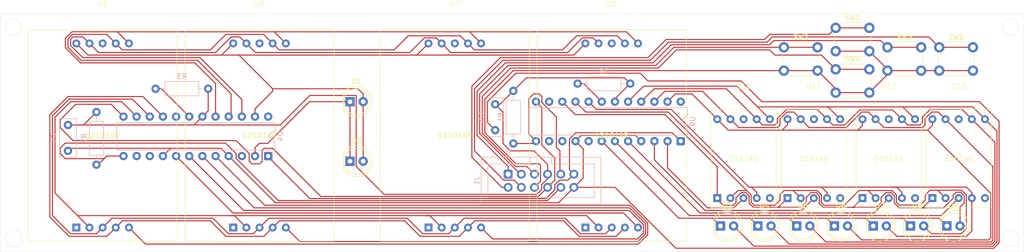
<source format=kicad_pcb>
(kicad_pcb (version 20241229) (generator "pcbnew") (generator_version "9.0")
  (layers (0 "F.Cu" signal) (2 "B.Cu" signal) (13 "F.Paste" user) (15 "B.Paste" user) (5 "F.SilkS" user "F.Silkscreen") (7 "B.SilkS" user "B.Silkscreen") (1 "F.Mask" user) (3 "B.Mask" user) (25 "Edge.Cuts" user))
  (net 0 "")
  (net 1 "+5V")
  (net 2 "GND")
  (net 3 "Net-(D1-A)")
  (net 4 "Net-(D1-K)")
  (net 5 "Net-(D3-K)")
  (net 6 "Net-(D3-A)")
  (net 7 "Net-(D4-A)")
  (net 8 "Net-(D5-A)")
  (net 9 "Net-(D6-A)")
  (net 10 "Net-(D7-A)")
  (net 11 "Net-(D8-A)")
  (net 12 "Net-(D9-A)")
  (net 13 "Net-(SW5A-C)")
  (net 14 "Net-(SW1A-C)")
  (net 15 "Net-(U4-DIN)")
  (net 16 "Net-(U4-CLK)")
  (net 17 "Net-(SW4A-C)")
  (net 18 "Net-(U4-LOAD)")
  (net 19 "Net-(SW2A-C)")
  (net 20 "Net-(SW3A-C)")
  (net 21 "Net-(U9-LOAD)")
  (net 22 "Net-(U4-ISET)")
  (net 23 "Net-(U9-ISET)")
  (net 24 "Net-(U4-SEG_C)")
  (net 26 "Net-(U4-SEG_B)")
  (net 27 "Net-(U4-DIG_3)")
  (net 28 "Net-(U4-SEG_E)")
  (net 40 "Net-(U9-DIG_2)")
  (net 43 "Net-(U9-DIG_6)")
  (net 44 "Net-(U9-DIG_4)")
  (net 45 "Net-(U9-DIG_0)")
  (net 54 "Net-(U4-SEG_A)")
  (net 55 "Net-(U4-SEG_DP)")
  (net 56 "Net-(U4-DIG_2)")
  (net 59 "Net-(U4-DIG_6)")
  (net 61 "Net-(U4-DIG_7)")
  (net 62 "Net-(U4-SEG_F)")
  (net 64 "+3.3V")
  (footprint "LED_THT:LED_D5.0mm" (layer "F.Cu") (at 119.46 105.5)
    (property "Reference" "D2")
    (property "Value" "LED")
  )
  (footprint "CustomFootprintLib:12101AR" (layer "F.Cu") (at 139.7 100.525)
    (property "Reference" "U7")
    (property "Value" "12101AR")
  )
  (footprint "LED_THT:LED_D5.0mm" (layer "F.Cu") (at 191 118)
    (property "Reference" "D3")
    (property "Value" "LED")
  )
  (footprint "CustomFootprintLib:12101AR" (layer "F.Cu") (at 101.99 100.525)
    (property "Reference" "U6")
    (property "Value" "12101AR")
  )
  (footprint "Button_Switch_THT:SW_PUSH_6mm" (layer "F.Cu") (at 203.25 83.5)
    (property "Reference" "SW2")
    (property "Value" "left")
  )
  (footprint "LED_THT:LED_D5.0mm" (layer "F.Cu") (at 213 118)
    (property "Reference" "D6")
    (property "Value" "LED")
  )
  (footprint "CustomFootprintLib:12101AR" (layer "F.Cu") (at 170 100.525)
    (property "Reference" "U8")
    (property "Value" "12101AR")
  )
  (footprint "Button_Switch_THT:SW_PUSH_6mm" (layer "F.Cu") (at 213.25 79.75)
    (property "Reference" "SW1")
    (property "Value" "up")
  )
  (footprint "CustomFootprintLib:12101AR" (layer "F.Cu") (at 71.69 100.525)
    (property "Reference" "U5")
    (property "Value" "12101AR")
  )
  (footprint "Button_Switch_THT:SW_PUSH_6mm" (layer "F.Cu") (at 223.25 83.5)
    (property "Reference" "SW3")
    (property "Value" "left")
  )
  (footprint "LED_THT:LED_D5.0mm" (layer "F.Cu") (at 205.725 118)
    (property "Reference" "D5")
    (property "Value" "LED")
  )
  (footprint "CustomFootprintLib:5161AS" (layer "F.Cu") (at 209.04 105)
    (property "Reference" "U11")
    (property "Value" "5161AS")
  )
  (footprint "Button_Switch_THT:SW_PUSH_6mm" (layer "F.Cu") (at 213.25 87.75)
    (property "Reference" "SW4")
    (property "Value" "down")
  )
  (footprint "CustomFootprintLib:5161AS" (layer "F.Cu") (at 237 105)
    (property "Reference" "U13")
    (property "Value" "5161AS")
  )
  (footprint "Button_Switch_THT:SW_PUSH_6mm" (layer "F.Cu") (at 233.25 83.5)
    (property "Reference" "SW5")
    (property "Value" "setup")
  )
  (footprint "LED_THT:LED_D5.0mm" (layer "F.Cu") (at 198.225 118)
    (property "Reference" "D4")
    (property "Value" "LED")
  )
  (footprint "CustomFootprintLib:5161AS" (layer "F.Cu") (at 223.5 105)
    (property "Reference" "U12")
    (property "Value" "5161AS")
  )
  (footprint "LED_THT:LED_D5.0mm" (layer "F.Cu") (at 227.695 118)
    (property "Reference" "D8")
    (property "Value" "LED")
  )
  (footprint "LED_THT:LED_D5.0mm" (layer "F.Cu") (at 234.725 118)
    (property "Reference" "D9")
    (property "Value" "LED")
  )
  (footprint "LED_THT:LED_D5.0mm" (layer "F.Cu") (at 119.46 94)
    (property "Reference" "D1")
    (property "Value" "LED")
  )
  (footprint "CustomFootprintLib:5161AS" (layer "F.Cu") (at 195.46 105)
    (property "Reference" "U10")
    (property "Value" "5161AS")
  )
  (footprint "LED_THT:LED_D5.0mm" (layer "F.Cu") (at 220.5 118)
    (property "Reference" "D7")
    (property "Value" "LED")
  )
  (footprint "Package_DIP:DIP-24_W7.62mm" (layer "B.Cu") (at 183.32 101.62 90)
    (property "Reference" "U9")
    (property "Value" "MAX7219")
  )
  (footprint "Capacitor_THT:C_Rect_L7.2mm_W3.0mm_P5.00mm_FKS2_FKP2_MKS2_MKP2" (layer "B.Cu") (at 147.5 94.5 -90)
    (property "Reference" "C5")
    (property "Value" "150uF")
  )
  (footprint "Capacitor_THT:C_Rect_L7.2mm_W3.0mm_P5.00mm_FKS2_FKP2_MKS2_MKP2" (layer "B.Cu") (at 65 98.5 -90)
    (property "Reference" "C4")
    (property "Value" "150uF")
  )
  (footprint "Resistor_THT:R_Axial_DIN0207_L6.3mm_D2.5mm_P10.16mm_Horizontal" (layer "B.Cu") (at 151 91.92 -90)
    (property "Reference" "R1")
    (property "Value" "10k")
  )
  (footprint "Resistor_THT:R_Axial_DIN0207_L6.3mm_D2.5mm_P10.16mm_Horizontal" (layer "B.Cu") (at 92.08 91.5 180)
    (property "Reference" "R3")
    (property "Value" "20k")
  )
  (footprint "Resistor_THT:R_Axial_DIN0207_L6.3mm_D2.5mm_P10.16mm_Horizontal" (layer "B.Cu") (at 173.58 90.5 180)
    (property "Reference" "R5")
    (property "Value" "20k")
  )
  (footprint "Connector_IDC:IDC-Header_2x06_P2.54mm_Vertical" (layer "B.Cu") (at 150 108 -90)
    (property "Reference" "J1")
    (property "Value" "~")
  )
  (footprint "Resistor_THT:R_Axial_DIN0207_L6.3mm_D2.5mm_P10.16mm_Horizontal" (layer "B.Cu") (at 70.5 96 -90)
    (property "Reference" "R2")
    (property "Value" "10k")
  )
  (footprint "Package_DIP:DIP-24_W7.62mm" (layer "B.Cu") (at 103.66 104.5 90)
    (property "Reference" "U4")
    (property "Value" "MAX7219")
  )
  (gr_circle (center 247 120.4) (end 248.6 120.4) (stroke (width 0.05)) (fill no) (layer "Edge.Cuts"))
  (gr_circle (center 54.5 120.4) (end 56.1 120.4) (stroke (width 0.05)) (fill no) (layer "Edge.Cuts"))
  (gr_circle (center 247 79.6) (end 248.6 79.6) (stroke (width 0.05)) (fill no) (layer "Edge.Cuts"))
  (gr_rect (start 51.9 77) (end 249.6 123) (stroke (width 0.05)) (fill no) (layer "Edge.Cuts"))
  (gr_circle (center 54.5 79.6) (end 56.1 79.6) (stroke (width 0.05)) (fill no) (layer "Edge.Cuts"))
  (segment (start 156.469 110.031) (end 157.62 108.88) (width 0.2) (layer "F.Cu") (net 1))
  (segment (start 172.479 89.399) (end 153.521 89.399) (width 0.2) (layer "F.Cu") (net 1))
  (segment (start 150.431474 103.5) (end 149 102.068525) (width 0.2) (layer "F.Cu") (net 1))
  (segment (start 68 98.5) (end 89.34 98.5) (width 0.2) (layer "F.Cu") (net 1))
  (segment (start 170.62 93.46) (end 170.62 94) (width 0.2) (layer "F.Cu") (net 1))
  (segment (start 151 91.92) (end 148.42 94.5) (width 0.2) (layer "F.Cu") (net 1))
  (segment (start 155 103.5) (end 150.431474 103.5) (width 0.2) (layer "F.Cu") (net 1))
  (segment (start 89.34 98.5) (end 106 98.5) (width 0.2) (layer "F.Cu") (net 1))
  (segment (start 157.62 106.12) (end 155 103.5) (width 0.2) (layer "F.Cu") (net 1))
  (segment (start 157.62 108.88) (end 157.62 108) (width 0.2) (layer "F.Cu") (net 1))
  (segment (start 156.469 110.927) (end 156.469 110.031) (width 0.2) (layer "F.Cu") (net 1))
  (segment (start 68 98.5) (end 70.5 96) (width 0.2) (layer "F.Cu") (net 1))
  (segment (start 148.42 94.5) (end 147.5 94.5) (width 0.2) (layer "F.Cu") (net 1))
  (segment (start 157.62 108) (end 157.62 106.12) (width 0.2) (layer "F.Cu") (net 1))
  (segment (start 106 98.5) (end 111.701 92.799) (width 0.2) (layer "F.Cu") (net 1))
  (segment (start 92.08 91.5) (end 92.08 95.76) (width 0.2) (layer "F.Cu") (net 1))
  (segment (start 173.58 90.5) (end 172.479 89.399) (width 0.2) (layer "F.Cu") (net 1))
  (segment (start 65 98.5) (end 68 98.5) (width 0.2) (layer "F.Cu") (net 1))
  (segment (start 89.34 98.5) (end 90.96 96.88) (width 0.2) (layer "F.Cu") (net 1))
  (segment (start 92.08 95.76) (end 90.96 96.88) (width 0.2) (layer "F.Cu") (net 1))
  (segment (start 151 91.92) (end 153.521 89.399) (width 0.2) (layer "F.Cu") (net 1))
  (segment (start 120.661 92.799) (end 120.661 106.5) (width 0.2) (layer "F.Cu") (net 1))
  (segment (start 111.701 92.799) (end 120.661 92.799) (width 0.2) (layer "F.Cu") (net 1))
  (segment (start 173.58 90.5) (end 170.62 93.46) (width 0.2) (layer "F.Cu") (net 1))
  (segment (start 155.5 111.896) (end 156.469 110.927) (width 0.2) (layer "F.Cu") (net 1))
  (segment (start 120.661 106.5) (end 126.057 111.896) (width 0.2) (layer "F.Cu") (net 1))
  (segment (start 126.057 111.896) (end 155.5 111.896) (width 0.2) (layer "F.Cu") (net 1))
  (segment (start 149 102.068525) (end 149 96) (width 0.2) (layer "F.Cu") (net 1))
  (segment (start 149 96) (end 147.5 94.5) (width 0.2) (layer "F.Cu") (net 1))
  (segment (start 175.7 101.62) (end 174.599 100.519) (width 0.2) (layer "F.Cu") (net 2))
  (segment (start 199 94) (end 195 90) (width 0.2) (layer "F.Cu") (net 2))
  (segment (start 162.7 110.54) (end 170.630455 110.54) (width 0.2) (layer "F.Cu") (net 2))
  (segment (start 96.04 104.5) (end 105.04 113.5) (width 0.2) (layer "F.Cu") (net 2))
  (segment (start 244.8 121.2671) (end 244.8 97.8) (width 0.2) (layer "F.Cu") (net 2))
  (segment (start 164.101 100.519) (end 163 101.62) (width 0.2) (layer "F.Cu") (net 2))
  (segment (start 174.599 100.519) (end 164.101 100.519) (width 0.2) (layer "F.Cu") (net 2))
  (segment (start 241 94) (end 199 94) (width 0.2) (layer "F.Cu") (net 2))
  (segment (start 244.8 97.8) (end 241 94) (width 0.2) (layer "F.Cu") (net 2))
  (segment (start 159.74 113.5) (end 162.7 110.54) (width 0.2) (layer "F.Cu") (net 2))
  (segment (start 182.390455 122.3) (end 243.7671 122.3) (width 0.2) (layer "F.Cu") (net 2))
  (segment (start 83.34 104.5) (end 84.84 103) (width 0.2) (layer "F.Cu") (net 2))
  (segment (start 146 98) (end 147.5 99.5) (width 0.2) (layer "F.Cu") (net 2))
  (segment (start 170.630455 110.54) (end 182.390455 122.3) (width 0.2) (layer "F.Cu") (net 2))
  (segment (start 151.5 88.5) (end 146 94) (width 0.2) (layer "F.Cu") (net 2))
  (segment (start 65 103.5) (end 65.5 103) (width 0.2) (layer "F.Cu") (net 2))
  (segment (start 146 94) (end 146 98) (width 0.2) (layer "F.Cu") (net 2))
  (segment (start 175.5 88.5) (end 151.5 88.5) (width 0.2) (layer "F.Cu") (net 2))
  (segment (start 243.7671 122.3) (end 244.8 121.2671) (width 0.2) (layer "F.Cu") (net 2))
  (segment (start 84.84 103) (end 94.54 103) (width 0.2) (layer "F.Cu") (net 2))
  (segment (start 195 90) (end 177 90) (width 0.2) (layer "F.Cu") (net 2))
  (segment (start 105.04 113.5) (end 159.74 113.5) (width 0.2) (layer "F.Cu") (net 2))
  (segment (start 164.5 103.12) (end 164.5 108.74) (width 0.2) (layer "F.Cu") (net 2))
  (segment (start 163 101.62) (end 164.5 103.12) (width 0.2) (layer "F.Cu") (net 2))
  (segment (start 177 90) (end 175.5 88.5) (width 0.2) (layer "F.Cu") (net 2))
  (segment (start 65.5 103) (end 84.84 103) (width 0.2) (layer "F.Cu") (net 2))
  (segment (start 164.5 108.74) (end 162.7 110.54) (width 0.2) (layer "F.Cu") (net 2))
  (segment (start 94.54 103) (end 96.04 104.5) (width 0.2) (layer "F.Cu") (net 2))
  (segment (start 96.91 83.09) (end 96.91 82.745) (width 0.2) (layer "F.Cu") (net 3))
  (segment (start 104.5 91.5) (end 98 85) (width 0.2) (layer "F.Cu") (net 3))
  (segment (start 132 85) (end 132.365 85) (width 0.2) (layer "F.Cu") (net 3))
  (segment (start 104.5 91.5) (end 104.5 92) (width 0.2) (layer "F.Cu") (net 3))
  (segment (start 98 85) (end 132 85) (width 0.2) (layer "F.Cu") (net 3))
  (segment (start 104.5 91.5) (end 121 91.5) (width 0.2) (layer "F.Cu") (net 3))
  (segment (start 101.12 95.38) (end 101.12 96.88) (width 0.2) (layer "F.Cu") (net 3))
  (segment (start 68.865 85) (end 94.655 85) (width 0.2) (layer "F.Cu") (net 3))
  (segment (start 121 91.5) (end 122 92.5) (width 0.2) (layer "F.Cu") (net 3))
  (segment (start 132 85) (end 162.665 85) (width 0.2) (layer "F.Cu") (net 3))
  (segment (start 94.655 85) (end 96.91 82.745) (width 0.2) (layer "F.Cu") (net 3))
  (segment (start 162.665 85) (end 164.92 82.745) (width 0.2) (layer "F.Cu") (net 3))
  (segment (start 122 92.5) (end 122 94) (width 0.2) (layer "F.Cu") (net 3))
  (segment (start 104.5 92) (end 101.12 95.38) (width 0.2) (layer "F.Cu") (net 3))
  (segment (start 132.365 85) (end 134.62 82.745) (width 0.2) (layer "F.Cu") (net 3))
  (segment (start 66.61 82.745) (end 68.865 85) (width 0.2) (layer "F.Cu") (net 3))
  (segment (start 122 94) (end 122 105.5) (width 0.2) (layer "F.Cu") (net 3))
  (segment (start 94.655 85) (end 98 85) (width 0.2) (layer "F.Cu") (net 3))
  (segment (start 101.94 102.06) (end 101.12 102.88) (width 0.2) (layer "F.Cu") (net 4))
  (segment (start 119.46 94) (end 119.46 105.5) (width 0.2) (layer "F.Cu") (net 4))
  (segment (start 103.56 102.06) (end 101.94 102.06) (width 0.2) (layer "F.Cu") (net 4))
  (segment (start 119.46 94) (end 111.62 94) (width 0.2) (layer "F.Cu") (net 4))
  (segment (start 101.12 102.88) (end 101.12 104.5) (width 0.2) (layer "F.Cu") (net 4))
  (segment (start 111.62 94) (end 103.56 102.06) (width 0.2) (layer "F.Cu") (net 4))
  (segment (start 227.695 118) (end 226.195 116.5) (width 0.2) (layer "F.Cu") (net 5))
  (segment (start 219 116.5) (end 211.5 116.5) (width 0.2) (layer "F.Cu") (net 5))
  (segment (start 226.195 116.5) (end 226 116.5) (width 0.2) (layer "F.Cu") (net 5))
  (segment (start 196.725 116.5) (end 189.5 116.5) (width 0.2) (layer "F.Cu") (net 5))
  (segment (start 189.5 116.5) (end 182.96 116.5) (width 0.2) (layer "F.Cu") (net 5))
  (segment (start 220.5 118) (end 219 116.5) (width 0.2) (layer "F.Cu") (net 5))
  (segment (start 230 116.5) (end 226 116.5) (width 0.2) (layer "F.Cu") (net 5))
  (segment (start 233.225 116.5) (end 230 116.5) (width 0.2) (layer "F.Cu") (net 5))
  (segment (start 213 118) (end 211.5 116.5) (width 0.2) (layer "F.Cu") (net 5))
  (segment (start 191 118) (end 189.5 116.5) (width 0.2) (layer "F.Cu") (net 5))
  (segment (start 182.96 116.5) (end 168.08 101.62) (width 0.2) (layer "F.Cu") (net 5))
  (segment (start 211.5 116.5) (end 204.225 116.5) (width 0.2) (layer "F.Cu") (net 5))
  (segment (start 204.225 116.5) (end 196.725 116.5) (width 0.2) (layer "F.Cu") (net 5))
  (segment (start 234.725 118) (end 233.225 116.5) (width 0.2) (layer "F.Cu") (net 5))
  (segment (start 226 116.5) (end 219 116.5) (width 0.2) (layer "F.Cu") (net 5))
  (segment (start 198.225 118) (end 196.725 116.5) (width 0.2) (layer "F.Cu") (net 5))
  (segment (start 205.725 118) (end 204.225 116.5) (width 0.2) (layer "F.Cu") (net 5))
  (segment (start 200.54 97.38) (end 198.16 95) (width 0.2) (layer "F.Cu") (net 6))
  (segment (start 176.16 91) (end 173.16 94) (width 0.2) (layer "F.Cu") (net 6))
  (segment (start 244.399 121.101) (end 244.399 99.699) (width 0.2) (layer "F.Cu") (net 6))
  (segment (start 226.2 95) (end 239.7 95) (width 0.2) (layer "F.Cu") (net 6))
  (segment (start 198.16 95) (end 211.5 95) (width 0.2) (layer "F.Cu") (net 6))
  (segment (start 211.5 95) (end 211.74 95) (width 0.2) (layer "F.Cu") (net 6))
  (segment (start 226.2 95) (end 228.58 97.38) (width 0.2) (layer "F.Cu") (net 6))
  (segment (start 211.74 95) (end 214.12 97.38) (width 0.2) (layer "F.Cu") (net 6))
  (segment (start 211.5 95) (end 226.2 95) (width 0.2) (layer "F.Cu") (net 6))
  (segment (start 239.7 95) (end 242.08 97.38) (width 0.2) (layer "F.Cu") (net 6))
  (segment (start 243.601 121.899) (end 244.399 121.101) (width 0.2) (layer "F.Cu") (net 6))
  (segment (start 193.54 118) (end 197.439 121.899) (width 0.2) (layer "F.Cu") (net 6))
  (segment (start 244.399 99.699) (end 242.08 97.38) (width 0.2) (layer "F.Cu") (net 6))
  (segment (start 194.16 91) (end 176.16 91) (width 0.2) (layer "F.Cu") (net 6))
  (segment (start 197.439 121.899) (end 243.601 121.899) (width 0.2) (layer "F.Cu") (net 6))
  (segment (start 198.16 95) (end 194.16 91) (width 0.2) (layer "F.Cu") (net 6))
  (segment (start 215 98.5) (end 217.901 95.599) (width 0.2) (layer "F.Cu") (net 7))
  (segment (start 226.04 97.38) (end 227.16 98.5) (width 0.2) (layer "F.Cu") (net 7))
  (segment (start 198 97.38) (end 199.12 98.5) (width 0.2) (layer "F.Cu") (net 7))
  (segment (start 230 98) (end 230 97) (width 0.2) (layer "F.Cu") (net 7))
  (segment (start 204.263 121.498) (end 243.4349 121.498) (width 0.2) (layer "F.Cu") (net 7))
  (segment (start 202 98) (end 202 97.26959) (width 0.2) (layer "F.Cu") (net 7))
  (segment (start 237.66 95.5) (end 239.54 97.38) (width 0.2) (layer "F.Cu") (net 7))
  (segment (start 243.998 101.838) (end 239.54 97.38) (width 0.2) (layer "F.Cu") (net 7))
  (segment (start 192.12 91.5) (end 178.2 91.5) (width 0.2) (layer "F.Cu") (net 7))
  (segment (start 230 97) (end 231.5 95.5) (width 0.2) (layer "F.Cu") (net 7))
  (segment (start 217.901 95.599) (end 224.259 95.599) (width 0.2) (layer "F.Cu") (net 7))
  (segment (start 209.7 95.5) (end 211.58 97.38) (width 0.2) (layer "F.Cu") (net 7))
  (segment (start 227.16 98.5) (end 229.5 98.5) (width 0.2) (layer "F.Cu") (net 7))
  (segment (start 200.765 118) (end 204.263 121.498) (width 0.2) (layer "F.Cu") (net 7))
  (segment (start 212.7 98.5) (end 215 98.5) (width 0.2) (layer "F.Cu") (net 7))
  (segment (start 202 97.26959) (end 203.76959 95.5) (width 0.2) (layer "F.Cu") (net 7))
  (segment (start 178.2 91.5) (end 175.7 94) (width 0.2) (layer "F.Cu") (net 7))
  (segment (start 211.58 97.38) (end 212.7 98.5) (width 0.2) (layer "F.Cu") (net 7))
  (segment (start 243.4349 121.498) (end 243.998 120.9349) (width 0.2) (layer "F.Cu") (net 7))
  (segment (start 201.5 98.5) (end 202 98) (width 0.2) (layer "F.Cu") (net 7))
  (segment (start 243.998 120.9349) (end 243.998 101.838) (width 0.2) (layer "F.Cu") (net 7))
  (segment (start 229.5 98.5) (end 230 98) (width 0.2) (layer "F.Cu") (net 7))
  (segment (start 231.5 95.5) (end 237.66 95.5) (width 0.2) (layer "F.Cu") (net 7))
  (segment (start 203.76959 95.5) (end 209.7 95.5) (width 0.2) (layer "F.Cu") (net 7))
  (segment (start 199.12 98.5) (end 201.5 98.5) (width 0.2) (layer "F.Cu") (net 7))
  (segment (start 198 97.38) (end 192.12 91.5) (width 0.2) (layer "F.Cu") (net 7))
  (segment (start 224.259 95.599) (end 226.04 97.38) (width 0.2) (layer "F.Cu") (net 7))
  (segment (start 230.5 98.5) (end 230.5 97.29669) (width 0.2) (layer "F.Cu") (net 8))
  (segment (start 202 99) (end 202.5 98.5) (width 0.2) (layer "F.Cu") (net 8))
  (segment (start 243.597 120.7688) (end 243.597 106.517) (width 0.2) (layer "F.Cu") (net 8))
  (segment (start 233.08 96) (end 234.46 97.38) (width 0.2) (layer "F.Cu") (net 8))
  (segment (start 218.29669 96) (end 219.58 96) (width 0.2) (layer "F.Cu") (net 8))
  (segment (start 231.79669 96) (end 233.08 96) (width 0.2) (layer "F.Cu") (net 8))
  (segment (start 206.5 97.38) (end 208.12 99) (width 0.2) (layer "F.Cu") (net 8))
  (segment (start 215.29669 99) (end 218.29669 96) (width 0.2) (layer "F.Cu") (net 8))
  (segment (start 214.5 99) (end 215.29669 99) (width 0.2) (layer "F.Cu") (net 8))
  (segment (start 180.24 92) (end 178.24 94) (width 0.2) (layer "F.Cu") (net 8))
  (segment (start 243.597 106.517) (end 234.46 97.38) (width 0.2) (layer "F.Cu") (net 8))
  (segment (start 208.265 118) (end 211.362 121.097) (width 0.2) (layer "F.Cu") (net 8))
  (segment (start 222.58 99) (end 230 99) (width 0.2) (layer "F.Cu") (net 8))
  (segment (start 205.12 96) (end 206.5 97.38) (width 0.2) (layer "F.Cu") (net 8))
  (segment (start 211.362 121.097) (end 243.2688 121.097) (width 0.2) (layer "F.Cu") (net 8))
  (segment (start 202.5 98.5) (end 202.5 97.33669) (width 0.2) (layer "F.Cu") (net 8))
  (segment (start 220.96 97.38) (end 222.58 99) (width 0.2) (layer "F.Cu") (net 8))
  (segment (start 230 99) (end 230.5 98.5) (width 0.2) (layer "F.Cu") (net 8))
  (segment (start 187.54 92) (end 180.24 92) (width 0.2) (layer "F.Cu") (net 8))
  (segment (start 194.54 99) (end 202 99) (width 0.2) (layer "F.Cu") (net 8))
  (segment (start 219.58 96) (end 220.96 97.38) (width 0.2) (layer "F.Cu") (net 8))
  (segment (start 192.92 97.38) (end 194.54 99) (width 0.2) (layer "F.Cu") (net 8))
  (segment (start 202.5 97.33669) (end 203.83669 96) (width 0.2) (layer "F.Cu") (net 8))
  (segment (start 192.92 97.38) (end 187.54 92) (width 0.2) (layer "F.Cu") (net 8))
  (segment (start 208.12 99) (end 214.5 99) (width 0.2) (layer "F.Cu") (net 8))
  (segment (start 203.83669 96) (end 205.12 96) (width 0.2) (layer "F.Cu") (net 8))
  (segment (start 243.2688 121.097) (end 243.597 120.7688) (width 0.2) (layer "F.Cu") (net 8))
  (segment (start 230.5 97.29669) (end 231.79669 96) (width 0.2) (layer "F.Cu") (net 8))
  (segment (start 217 99.5) (end 203 99.5) (width 0.2) (layer "F.Cu") (net 9))
  (segment (start 203.96 98.45763) (end 202.958815 99.458815) (width 0.2) (layer "F.Cu") (net 9))
  (segment (start 217 99.5) (end 231 99.5) (width 0.2) (layer "F.Cu") (net 9))
  (segment (start 203.96 97.38) (end 203.96 97.46) (width 0.2) (layer "F.Cu") (net 9))
  (segment (start 192.5 99.5) (end 202.91763 99.5) (width 0.2) (layer "F.Cu") (net 9))
  (segment (start 215.54 118) (end 218.236 120.696) (width 0.2) (layer "F.Cu") (net 9))
  (segment (start 190.38 97.38) (end 192.5 99.5) (width 0.2) (layer "F.Cu") (net 9))
  (segment (start 231 99.5) (end 231.92 98.58) (width 0.2) (layer "F.Cu") (net 9))
  (segment (start 182.28 92.5) (end 180.78 94) (width 0.2) (layer "F.Cu") (net 9))
  (segment (start 202.958815 99.458815) (end 202.91763 99.5) (width 0.2) (layer "F.Cu") (net 9))
  (segment (start 217.5 99.5) (end 217 99.5) (width 0.2) (layer "F.Cu") (net 9))
  (segment (start 231.92 98.58) (end 231.92 97.38) (width 0.2) (layer "F.Cu") (net 9))
  (segment (start 218.42 98.58) (end 217.5 99.5) (width 0.2) (layer "F.Cu") (net 9))
  (segment (start 203 99.5) (end 202.958815 99.458815) (width 0.2) (layer "F.Cu") (net 9))
  (segment (start 218.42 97.38) (end 218.42 98.58) (width 0.2) (layer "F.Cu") (net 9))
  (segment (start 185.5 92.5) (end 182.28 92.5) (width 0.2) (layer "F.Cu") (net 9))
  (segment (start 243.196 120.304) (end 243.196 111.696) (width 0.2) (layer "F.Cu") (net 9))
  (segment (start 190.38 97.38) (end 185.5 92.5) (width 0.2) (layer "F.Cu") (net 9))
  (segment (start 203.96 97.38) (end 203.96 98.45763) (width 0.2) (layer "F.Cu") (net 9))
  (segment (start 218.236 120.696) (end 242.804 120.696) (width 0.2) (layer "F.Cu") (net 9))
  (segment (start 242.804 120.696) (end 243.196 120.304) (width 0.2) (layer "F.Cu") (net 9))
  (segment (start 203.96 97.46) (end 204 97.5) (width 0.2) (layer "F.Cu") (net 9))
  (segment (start 243.196 111.696) (end 231 99.5) (width 0.2) (layer "F.Cu") (net 9))
  (segment (start 196.5 110.5) (end 197 110.5) (width 0.2) (layer "F.Cu") (net 10))
  (segment (start 226.04 111.54237) (end 224.99763 110.5) (width 0.2) (layer "F.Cu") (net 10))
  (segment (start 198 112.62) (end 198 111.5) (width 0.2) (layer "F.Cu") (net 10))
  (segment (start 210.53763 110.5) (end 197 110.5) (width 0.2) (layer "F.Cu") (net 10))
  (segment (start 238.49763 110.5) (end 224.99763 110.5) (width 0.2) (layer "F.Cu") (net 10))
  (segment (start 211.58 111.54237) (end 210.53763 110.5) (width 0.2) (layer "F.Cu") (net 10))
  (segment (start 238.5 120) (end 239.54 118.96) (width 0.2) (layer "F.Cu") (net 10))
  (segment (start 165.54 94) (end 167.04 95.5) (width 0.2) (layer "F.Cu") (net 10))
  (segment (start 223.04 118) (end 225.04 120) (width 0.2) (layer "F.Cu") (net 10))
  (segment (start 226.04 112.62) (end 226.04 111.54237) (width 0.2) (layer "F.Cu") (net 10))
  (segment (start 224.99763 110.5) (end 210.53763 110.5) (width 0.2) (layer "F.Cu") (net 10))
  (segment (start 239.54 112.62) (end 239.54 111.54237) (width 0.2) (layer "F.Cu") (net 10))
  (segment (start 198 111.5) (end 197 110.5) (width 0.2) (layer "F.Cu") (net 10))
  (segment (start 224.99763 110.5) (end 224 110.5) (width 0.2) (layer "F.Cu") (net 10))
  (segment (start 181.5 95.5) (end 196.5 110.5) (width 0.2) (layer "F.Cu") (net 10))
  (segment (start 167.04 95.5) (end 181.5 95.5) (width 0.2) (layer "F.Cu") (net 10))
  (segment (start 239.54 118.96) (end 239.54 112.62) (width 0.2) (layer "F.Cu") (net 10))
  (segment (start 239.54 111.54237) (end 238.49763 110.5) (width 0.2) (layer "F.Cu") (net 10))
  (segment (start 225.04 120) (end 238.5 120) (width 0.2) (layer "F.Cu") (net 10))
  (segment (start 211.58 112.62) (end 211.58 111.54237) (width 0.2) (layer "F.Cu") (net 10))
  (segment (start 219.5 111.156) (end 217.758 111.156) (width 0.2) (layer "F.Cu") (net 11))
  (segment (start 192.92 112.62) (end 194.384 111.156) (width 0.2) (layer "F.Cu") (net 11))
  (segment (start 229.53355 113.96645) (end 225.53355 113.96645) (width 0.2) (layer "F.Cu") (net 11))
  (segment (start 233.42 111.58) (end 233.397 111.557) (width 0.2) (layer "F.Cu") (net 11))
  (segment (start 217.758 111.156) (end 217.357 111.557) (width 0.2) (layer "F.Cu") (net 11))
  (segment (start 196.924 113.424) (end 197.5 114) (width 0.2) (layer "F.Cu") (net 11))
  (segment (start 208 111.156) (end 205.036 111.156) (width 0.2) (layer "F.Cu") (net 11))
  (segment (start 196.06641 111.156) (end 196.924 112.01359) (width 0.2) (layer "F.Cu") (net 11))
  (segment (start 230.235 118) (end 231.735 119.5) (width 0.2) (layer "F.Cu") (net 11))
  (segment (start 180.91041 96) (end 165 96) (width 0.2) (layer "F.Cu") (net 11))
  (segment (start 219.5 111.156) (end 224 111.156) (width 0.2) (layer "F.Cu") (net 11))
  (segment (start 210.504 113.492105) (end 211.011895 114) (width 0.2) (layer "F.Cu") (net 11))
  (segment (start 224.10641 111.156) (end 224.977 112.02659) (width 0.2) (layer "F.Cu") (net 11))
  (segment (start 237.54941 111.099) (end 231.458 111.099) (width 0.2) (layer "F.Cu") (net 11))
  (segment (start 230.557 112.943) (end 229.53355 113.96645) (width 0.2) (layer "F.Cu") (net 11))
  (segment (start 209.656 111.156) (end 210.504 112.004) (width 0.2) (layer "F.Cu") (net 11))
  (segment (start 200.5 114) (end 201.5 114) (width 0.2) (layer "F.Cu") (net 11))
  (segment (start 196.924 112.01359) (end 196.924 113.424) (width 0.2) (layer "F.Cu") (net 11))
  (segment (start 201.5 114) (end 202.5 113) (width 0.2) (layer "F.Cu") (net 11))
  (segment (start 208 111.156) (end 209.656 111.156) (width 0.2) (layer "F.Cu") (net 11))
  (segment (start 194.384 111.156) (end 196.06641 111.156) (width 0.2) (layer "F.Cu") (net 11))
  (segment (start 165 96) (end 163 94) (width 0.2) (layer "F.Cu") (net 11))
  (segment (start 200.5 114) (end 200.66331 114) (width 0.2) (layer "F.Cu") (net 11))
  (segment (start 197.5 114) (end 200.5 114) (width 0.2) (layer "F.Cu") (net 11))
  (segment (start 231.458 111.099) (end 230.557 112) (width 0.2) (layer "F.Cu") (net 11))
  (segment (start 225.53355 113.96645) (end 224.977 113.4099) (width 0.2) (layer "F.Cu") (net 11))
  (segment (start 210.504 112.004) (end 210.504 113.492105) (width 0.2) (layer "F.Cu") (net 11))
  (segment (start 234.46 112.62) (end 233.42 111.58) (width 0.2) (layer "F.Cu") (net 11))
  (segment (start 214.914 114) (end 217.357 111.557) (width 0.2) (layer "F.Cu") (net 11))
  (segment (start 211.011895 114) (end 214.914 114) (width 0.2) (layer "F.Cu") (net 11))
  (segment (start 224.977 113.4099) (end 224.977 112.02659) (width 0.2) (layer "F.Cu") (net 11))
  (segment (start 206.5 112.62) (end 205.036 111.156) (width 0.2) (layer "F.Cu") (net 11))
  (segment (start 220.96 112.62) (end 219.5 111.16) (width 0.2) (layer "F.Cu") (net 11))
  (segment (start 230.557 112) (end 230.557 112.943) (width 0.2) (layer "F.Cu") (net 11))
  (segment (start 202.5 113) (end 202.5 111.954) (width 0.2) (layer "F.Cu") (net 11))
  (segment (start 237.5 119.5) (end 238.477 118.523) (width 0.2) (layer "F.Cu") (net 11))
  (segment (start 202.5 111.954) (end 203.298 111.156) (width 0.2) (layer "F.Cu") (net 11))
  (segment (start 238.477 112.02659) (end 237.54941 111.099) (width 0.2) (layer "F.Cu") (net 11))
  (segment (start 219.5 111.16) (end 219.5 111.156) (width 0.2) (layer "F.Cu") (net 11))
  (segment (start 238.477 118.523) (end 238.477 112.02659) (width 0.2) (layer "F.Cu") (net 11))
  (segment (start 233.42 111.58) (end 232.981 111.141) (width 0.2) (layer "F.Cu") (net 11))
  (segment (start 231.735 119.5) (end 237.5 119.5) (width 0.2) (layer "F.Cu") (net 11))
  (segment (start 203.298 111.156) (end 205.036 111.156) (width 0.2) (layer "F.Cu") (net 11))
  (segment (start 200.66331 114) (end 199.5 114) (width 0.2) (layer "F.Cu") (net 11))
  (segment (start 196.06641 111.156) (end 180.91041 96) (width 0.2) (layer "F.Cu") (net 11))
  (segment (start 224 111.156) (end 224.10641 111.156) (width 0.2) (layer "F.Cu") (net 11))
  (segment (start 224.977 112.02659) (end 224.977 112.5) (width 0.2) (layer "F.Cu") (net 11))
  (segment (start 216.5 114.401) (end 221.099 114.401) (width 0.2) (layer "F.Cu") (net 12))
  (segment (start 197.3339 114.401) (end 200.5 114.401) (width 0.2) (layer "F.Cu") (net 12))
  (segment (start 200.5 114.401) (end 202.179 114.401) (width 0.2) (layer "F.Cu") (net 12))
  (segment (start 222.023 113.477) (end 222.023 112.5) (width 0.2) (layer "F.Cu") (net 12))
  (segment (start 223.94031 111.557) (end 224.563 112.17969) (width 0.2) (layer "F.Cu") (net 12))
  (segment (start 200.5 114.401) (end 200.82941 114.401) (width 0.2) (layer "F.Cu") (net 12))
  (segment (start 235.937 112.063) (end 235.937 112.64631) (width 0.2) (layer "F.Cu") (net 12))
  (segment (start 222.966 111.557) (end 223.94031 111.557) (width 0.2) (layer "F.Cu") (net 12))
  (segment (start 234.08331 114.5) (end 230.04 114.5) (width 0.2) (layer "F.Cu") (net 12))
  (segment (start 237.265 114.361) (end 238.063 113.563) (width 0.2) (layer "F.Cu") (net 12))
  (segment (start 194 112.57669) (end 195.01969 111.557) (width 0.2) (layer "F.Cu") (net 12))
  (segment (start 210.845795 114.401) (end 216.5 114.401) (width 0.2) (layer "F.Cu") (net 12))
  (segment (start 210.103 113.21341) (end 210.103 113) (width 0.2) (layer "F.Cu") (net 12))
  (segment (start 224.563 112.17969) (end 224.563 113.563) (width 0.2) (layer "F.Cu") (net 12))
  (segment (start 216.5 114.401) (end 216.639 114.401) (width 0.2) (layer "F.Cu") (net 12))
  (segment (start 210.103 113.21341) (end 210.103 112.17969) (width 0.2) (layer "F.Cu") (net 12))
  (segment (start 162.96 96.5) (end 160.46 94) (width 0.2) (layer "F.Cu") (net 12))
  (segment (start 195.01969 111.557) (end 195.90031 111.557) (width 0.2) (layer "F.Cu") (net 12))
  (segment (start 190.38 112.62) (end 190.38 106.58692) (width 0.2) (layer "F.Cu") (net 12))
  (segment (start 210.103 112.17969) (end 209.48031 111.557) (width 0.2) (layer "F.Cu") (net 12))
  (segment (start 202.179 114.401) (end 202.54 114.04) (width 0.2) (layer "F.Cu") (net 12))
  (segment (start 238.063 113.563) (end 238.063 112.17969) (width 0.2) (layer "F.Cu") (net 12))
  (segment (start 193.5 114) (end 194 113.5) (width 0.2) (layer "F.Cu") (net 12))
  (segment (start 238.063 112.17969) (end 237.38331 111.5) (width 0.2) (layer "F.Cu") (net 12))
  (segment (start 207.563 113.47431) (end 206.63631 114.401) (width 0.2) (layer "F.Cu") (net 12))
  (segment (start 225.5 114.5) (end 230.04 114.5) (width 0.2) (layer "F.Cu") (net 12))
  (segment (start 236.5 111.5) (end 235.937 112.063) (width 0.2) (layer "F.Cu") (net 12))
  (segment (start 207.563 112.5) (end 207.563 113.47431) (width 0.2) (layer "F.Cu") (net 12))
  (segment (start 237.265 118) (end 237.265 114.361) (width 0.2) (layer "F.Cu") (net 12))
  (segment (start 237.38331 111.5) (end 236.5 111.5) (width 0.2) (layer "F.Cu") (net 12))
  (segment (start 210.103 113.21341) (end 210.103 113.658205) (width 0.2) (layer "F.Cu") (net 12))
  (segment (start 195.90031 111.557) (end 196.523 112.17969) (width 0.2) (layer "F.Cu") (net 12))
  (segment (start 224.563 113.563) (end 225.5 114.5) (width 0.2) (layer "F.Cu") (net 12))
  (segment (start 222.023 112.5) (end 222.966 111.557) (width 0.2) (layer "F.Cu") (net 12))
  (segment (start 206.63631 114.401) (end 202.179 114.401) (width 0.2) (layer "F.Cu") (net 12))
  (segment (start 208.506 111.557) (end 207.563 112.5) (width 0.2) (layer "F.Cu") (net 12))
  (segment (start 202.179 114.401) (end 203.96 112.62) (width 0.2) (layer "F.Cu") (net 12))
  (segment (start 191.5 114) (end 193.5 114) (width 0.2) (layer "F.Cu") (net 12))
  (segment (start 190.38 106.58692) (end 180.29308 96.5) (width 0.2) (layer "F.Cu") (net 12))
  (segment (start 190.38 112.62) (end 190.38 112.88) (width 0.2) (layer "F.Cu") (net 12))
  (segment (start 194 113.5) (end 194 112.57669) (width 0.2) (layer "F.Cu") (net 12))
  (segment (start 190.38 112.88) (end 191.5 114) (width 0.2) (layer "F.Cu") (net 12))
  (segment (start 196.523 112.17969) (end 196.523 113.5901) (width 0.2) (layer "F.Cu") (net 12))
  (segment (start 218.42 112.62) (end 216.639 114.401) (width 0.2) (layer "F.Cu") (net 12))
  (segment (start 180.29308 96.5) (end 162.96 96.5) (width 0.2) (layer "F.Cu") (net 12))
  (segment (start 210.103 113.658205) (end 210.845795 114.401) (width 0.2) (layer "F.Cu") (net 12))
  (segment (start 235.937 112.64631) (end 234.08331 114.5) (width 0.2) (layer "F.Cu") (net 12))
  (segment (start 230.04 114.5) (end 231.92 112.62) (width 0.2) (layer "F.Cu") (net 12))
  (segment (start 209.48031 111.557) (end 208.506 111.557) (width 0.2) (layer "F.Cu") (net 12))
  (segment (start 196.523 113.5901) (end 197.3339 114.401) (width 0.2) (layer "F.Cu") (net 12))
  (segment (start 221.099 114.401) (end 222.023 113.477) (width 0.2) (layer "F.Cu") (net 12))
  (segment (start 149.16484 109.151) (end 151.151 109.151) (width 0.2) (layer "F.Cu") (net 13))
  (segment (start 177.5 86) (end 149 86) (width 0.2) (layer "F.Cu") (net 13))
  (segment (start 143.5 103.48616) (end 149.16484 109.151) (width 0.2) (layer "F.Cu") (net 13))
  (segment (start 233.25 83.5) (end 231.25 81.5) (width 0.2) (layer "F.Cu") (net 13))
  (segment (start 201 81.5) (end 200 82.5) (width 0.2) (layer "F.Cu") (net 13))
  (segment (start 143.5 91.5) (end 143.5 103.48616) (width 0.2) (layer "F.Cu") (net 13))
  (segment (start 149 86) (end 143.5 91.5) (width 0.2) (layer "F.Cu") (net 13))
  (segment (start 151.151 109.151) (end 152.54 110.54) (width 0.2) (layer "F.Cu") (net 13))
  (segment (start 200 82.5) (end 181 82.5) (width 0.2) (layer "F.Cu") (net 13))
  (segment (start 231.25 81.5) (end 201 81.5) (width 0.2) (layer "F.Cu") (net 13))
  (segment (start 181 82.5) (end 177.5 86) (width 0.2) (layer "F.Cu") (net 13))
  (segment (start 233.25 83.5) (end 239.75 83.5) (width 0.2) (layer "F.Cu") (net 13))
  (segment (start 212 81) (end 200.5 81) (width 0.2) (layer "F.Cu") (net 14))
  (segment (start 143 104.742081) (end 148.797919 110.54) (width 0.2) (layer "F.Cu") (net 14))
  (segment (start 199.5 82) (end 180.5 82) (width 0.2) (layer "F.Cu") (net 14))
  (segment (start 219.75 79.75) (end 213.25 79.75) (width 0.2) (layer "F.Cu") (net 14))
  (segment (start 200.5 81) (end 199.5 82) (width 0.2) (layer "F.Cu") (net 14))
  (segment (start 143 91) (end 143 104.742081) (width 0.2) (layer "F.Cu") (net 14))
  (segment (start 177 85.5) (end 148.5 85.5) (width 0.2) (layer "F.Cu") (net 14))
  (segment (start 213.25 79.75) (end 212 81) (width 0.2) (layer "F.Cu") (net 14))
  (segment (start 148.5 85.5) (end 143 91) (width 0.2) (layer "F.Cu") (net 14))
  (segment (start 148.797919 110.54) (end 150 110.54) (width 0.2) (layer "F.Cu") (net 14))
  (segment (start 180.5 82) (end 177 85.5) (width 0.2) (layer "F.Cu") (net 14))
  (segment (start 159.92124 109.151) (end 161.549 109.151) (width 0.2) (layer "F.Cu") (net 15))
  (segment (start 111.698 112.698) (end 157.32776 112.698) (width 0.2) (layer "F.Cu") (net 15))
  (segment (start 163.06295 100) (end 181.7 100) (width 0.2) (layer "F.Cu") (net 15))
  (segment (start 162.7 108) (end 161.85 107.15) (width 0.2) (layer "F.Cu") (net 15))
  (segment (start 157.32776 112.698) (end 159.009 111.01676) (width 0.2) (layer "F.Cu") (net 15))
  (segment (start 161.549 109.151) (end 162.7 108) (width 0.2) (layer "F.Cu") (net 15))
  (segment (start 159.009 111.01676) (end 159.009 110.06324) (width 0.2) (layer "F.Cu") (net 15))
  (segment (start 103.66 104.66) (end 111.698 112.698) (width 0.2) (layer "F.Cu") (net 15))
  (segment (start 161.85 107.15) (end 161.85 101.21295) (width 0.2) (layer "F.Cu") (net 15))
  (segment (start 181.7 100) (end 183.32 101.62) (width 0.2) (layer "F.Cu") (net 15))
  (segment (start 159.009 110.06324) (end 159.92124 109.151) (width 0.2) (layer "F.Cu") (net 15))
  (segment (start 161.85 101.21295) (end 163.06295 100) (width 0.2) (layer "F.Cu") (net 15))
  (segment (start 103.66 104.5) (end 103.66 104.66) (width 0.2) (layer "F.Cu") (net 15))
  (segment (start 65.971475 101.5) (end 63.5 99.028525) (width 0.2) (layer "F.Cu") (net 16))
  (segment (start 100.5 106) (end 100 105.5) (width 0.2) (layer "F.Cu") (net 16))
  (segment (start 159 104.878525) (end 156.5 102.378525) (width 0.2) (layer "F.Cu") (net 16))
  (segment (start 63.5 97.5) (end 66.5 94.5) (width 0.2) (layer "F.Cu") (net 16))
  (segment (start 100 104.02495) (end 97.47505 101.5) (width 0.2) (layer "F.Cu") (net 16))
  (segment (start 113.82008 112.297) (end 104.52308 103) (width 0.2) (layer "F.Cu") (net 16))
  (segment (start 73.34 94.5) (end 75.72 96.88) (width 0.2) (layer "F.Cu") (net 16))
  (segment (start 100 105.5) (end 100 104.02495) (width 0.2) (layer "F.Cu") (net 16))
  (segment (start 155.863 112.297) (end 113.82008 112.297) (width 0.2) (layer "F.Cu") (net 16))
  (segment (start 157.62 110.54) (end 159 109.16) (width 0.2) (layer "F.Cu") (net 16))
  (segment (start 102.88692 103) (end 102.5 103.38692) (width 0.2) (layer "F.Cu") (net 16))
  (segment (start 66.5 94.5) (end 73.34 94.5) (width 0.2) (layer "F.Cu") (net 16))
  (segment (start 156.5 102.378525) (end 156.5 95.12) (width 0.2) (layer "F.Cu") (net 16))
  (segment (start 157.62 110.54) (end 155.863 112.297) (width 0.2) (layer "F.Cu") (net 16))
  (segment (start 156.5 95.12) (end 155.38 94) (width 0.2) (layer "F.Cu") (net 16))
  (segment (start 102.044263 106) (end 100.5 106) (width 0.2) (layer "F.Cu") (net 16))
  (segment (start 97.47505 101.5) (end 65.971475 101.5) (width 0.2) (layer "F.Cu") (net 16))
  (segment (start 159 109.16) (end 159 104.878525) (width 0.2) (layer "F.Cu") (net 16))
  (segment (start 102.5 105.544263) (end 102.044263 106) (width 0.2) (layer "F.Cu") (net 16))
  (segment (start 63.5 99.028525) (end 63.5 97.5) (width 0.2) (layer "F.Cu") (net 16))
  (segment (start 102.5 103.38692) (end 102.5 105.544263) (width 0.2) (layer "F.Cu") (net 16))
  (segment (start 104.52308 103) (end 102.88692 103) (width 0.2) (layer "F.Cu") (net 16))
  (segment (start 213.25 87.75) (end 210.5 85) (width 0.2) (layer "F.Cu") (net 17))
  (segment (start 151.4329 106.5) (end 153.58 106.5) (width 0.2) (layer "F.Cu") (net 17))
  (segment (start 210.5 85) (end 201.5 85) (width 0.2) (layer "F.Cu") (net 17))
  (segment (start 219.75 87.75) (end 213.25 87.75) (width 0.2) (layer "F.Cu") (net 17))
  (segment (start 182.5 84) (end 179 87.5) (width 0.2) (layer "F.Cu") (net 17))
  (segment (start 145 93) (end 145 100.0671) (width 0.2) (layer "F.Cu") (net 17))
  (segment (start 153.58 106.5) (end 155.08 108) (width 0.2) (layer "F.Cu") (net 17))
  (segment (start 145 100.0671) (end 151.4329 106.5) (width 0.2) (layer "F.Cu") (net 17))
  (segment (start 150.5 87.5) (end 145 93) (width 0.2) (layer "F.Cu") (net 17))
  (segment (start 200.5 84) (end 182.5 84) (width 0.2) (layer "F.Cu") (net 17))
  (segment (start 179 87.5) (end 150.5 87.5) (width 0.2) (layer "F.Cu") (net 17))
  (segment (start 201.5 85) (end 200.5 84) (width 0.2) (layer "F.Cu") (net 17))
  (segment (start 157.601 113.099) (end 160.16 110.54) (width 0.2) (layer "F.Cu") (net 18))
  (segment (start 105.62195 113.099) (end 157.601 113.099) (width 0.2) (layer "F.Cu") (net 18))
  (segment (start 63.5 104.028525) (end 63.5 102.971475) (width 0.2) (layer "F.Cu") (net 18))
  (segment (start 97.479 104.04395) (end 97.479 104.95605) (width 0.2) (layer "F.Cu") (net 18))
  (segment (start 97.479 104.95605) (end 105.62195 113.099) (width 0.2) (layer "F.Cu") (net 18))
  (segment (start 63.5 102.971475) (end 64.471475 102) (width 0.2) (layer "F.Cu") (net 18))
  (segment (start 72 105) (end 64.471475 105) (width 0.2) (layer "F.Cu") (net 18))
  (segment (start 72.5 104.5) (end 75.72 104.5) (width 0.2) (layer "F.Cu") (net 18))
  (segment (start 95.43505 102) (end 97.479 104.04395) (width 0.2) (layer "F.Cu") (net 18))
  (segment (start 64.471475 102) (end 95.43505 102) (width 0.2) (layer "F.Cu") (net 18))
  (segment (start 72.5 104.5) (end 72 105) (width 0.2) (layer "F.Cu") (net 18))
  (segment (start 64.471475 105) (end 63.5 104.028525) (width 0.2) (layer "F.Cu") (net 18))
  (segment (start 70.5 106.16) (end 70.84 106.16) (width 0.2) (layer "F.Cu") (net 18))
  (segment (start 70.84 106.16) (end 72.5 104.5) (width 0.2) (layer "F.Cu") (net 18))
  (segment (start 144.5 100.1342) (end 152.3658 108) (width 0.2) (layer "F.Cu") (net 19))
  (segment (start 182 83.5) (end 178.5 87) (width 0.2) (layer "F.Cu") (net 19))
  (segment (start 150 87) (end 144.5 92.5) (width 0.2) (layer "F.Cu") (net 19))
  (segment (start 144.5 92.5) (end 144.5 100.1342) (width 0.2) (layer "F.Cu") (net 19))
  (segment (start 178.5 87) (end 150 87) (width 0.2) (layer "F.Cu") (net 19))
  (segment (start 152.3658 108) (end 152.54 108) (width 0.2) (layer "F.Cu") (net 19))
  (segment (start 209.75 83.5) (end 203.25 83.5) (width 0.2) (layer "F.Cu") (net 19))
  (segment (start 203.25 83.5) (end 182 83.5) (width 0.2) (layer "F.Cu") (net 19))
  (segment (start 221.949 82.199) (end 201.301 82.199) (width 0.2) (layer "F.Cu") (net 20))
  (segment (start 223.25 83.5) (end 221.949 82.199) (width 0.2) (layer "F.Cu") (net 20))
  (segment (start 223.25 83.5) (end 229.75 83.5) (width 0.2) (layer "F.Cu") (net 20))
  (segment (start 178 86.5) (end 149.483225 86.5) (width 0.2) (layer "F.Cu") (net 20))
  (segment (start 201.301 82.199) (end 200.5 83) (width 0.2) (layer "F.Cu") (net 20))
  (segment (start 200.5 83) (end 181.5 83) (width 0.2) (layer "F.Cu") (net 20))
  (segment (start 150 106.5) (end 150 108) (width 0.2) (layer "F.Cu") (net 20))
  (segment (start 181.5 83) (end 178 86.5) (width 0.2) (layer "F.Cu") (net 20))
  (segment (start 149.483225 86.5) (end 144 91.983225) (width 0.2) (layer "F.Cu") (net 20))
  (segment (start 144 100.5) (end 150 106.5) (width 0.2) (layer "F.Cu") (net 20))
  (segment (start 144 91.983225) (end 144 100.5) (width 0.2) (layer "F.Cu") (net 20))
  (segment (start 159.31 102.81) (end 159.31 96.94705) (width 0.2) (layer "F.Cu") (net 21))
  (segment (start 154.911475 92.5) (end 154 93.411475) (width 0.2) (layer "F.Cu") (net 21))
  (segment (start 156.5 93) (end 156 92.5) (width 0.2) (layer "F.Cu") (net 21))
  (segment (start 159.31 96.94705) (end 156.5 94.13705) (width 0.2) (layer "F.Cu") (net 21))
  (segment (start 154 100.24) (end 155.38 101.62) (width 0.2) (layer "F.Cu") (net 21))
  (segment (start 160 107.84) (end 160 103.5) (width 0.2) (layer "F.Cu") (net 21))
  (segment (start 154.92 102.08) (end 155.38 101.62) (width 0.2) (layer "F.Cu") (net 21))
  (segment (start 151 102.08) (end 154.92 102.08) (width 0.2) (layer "F.Cu") (net 21))
  (segment (start 156.5 94.13705) (end 156.5 93) (width 0.2) (layer "F.Cu") (net 21))
  (segment (start 154 93.411475) (end 154 100.24) (width 0.2) (layer "F.Cu") (net 21))
  (segment (start 160 103.5) (end 159.31 102.81) (width 0.2) (layer "F.Cu") (net 21))
  (segment (start 156 92.5) (end 154.911475 92.5) (width 0.2) (layer "F.Cu") (net 21))
  (segment (start 160.16 108) (end 160 107.84) (width 0.2) (layer "F.Cu") (net 21))
  (segment (start 81.92 91.5) (end 83.04 91.5) (width 0.2) (layer "F.Cu") (net 22))
  (segment (start 83.04 91.5) (end 88.42 96.88) (width 0.2) (layer "F.Cu") (net 22))
  (segment (start 163.42 90.5) (end 164.58 90.5) (width 0.2) (layer "F.Cu") (net 23))
  (segment (start 164.58 90.5) (end 168.08 94) (width 0.2) (layer "F.Cu") (net 23))
  (segment (start 74.525 80.5) (end 76.77 82.745) (width 0.2) (layer "F.Cu") (net 24))
  (segment (start 64.5 83.5671) (end 64.5 81.791645) (width 0.2) (layer "F.Cu") (net 24))
  (segment (start 67.4329 86.5) (end 64.5 83.5671) (width 0.2) (layer "F.Cu") (net 24))
  (segment (start 104.825 80.5) (end 74.525 80.5) (width 0.2) (layer "F.Cu") (net 24))
  (segment (start 104.825 80.5) (end 142.535 80.5) (width 0.2) (layer "F.Cu") (net 24))
  (segment (start 144.78 82.745) (end 142.535 80.5) (width 0.2) (layer "F.Cu") (net 24))
  (segment (start 93.5 90.5) (end 89.5 86.5) (width 0.2) (layer "F.Cu") (net 24))
  (segment (start 64.5 81.791645) (end 65.791645 80.5) (width 0.2) (layer "F.Cu") (net 24))
  (segment (start 89.5 86.5) (end 67.4329 86.5) (width 0.2) (layer "F.Cu") (net 24))
  (segment (start 65.791645 80.5) (end 74.525 80.5) (width 0.2) (layer "F.Cu") (net 24))
  (segment (start 175.08 82.745) (end 172.835 80.5) (width 0.2) (layer "F.Cu") (net 24))
  (segment (start 172.835 80.5) (end 142.535 80.5) (width 0.2) (layer "F.Cu") (net 24))
  (segment (start 93.5 96.88) (end 93.5 90.5) (width 0.2) (layer "F.Cu") (net 24))
  (segment (start 107.07 82.745) (end 104.825 80.5) (width 0.2) (layer "F.Cu") (net 24))
  (segment (start 95.5 120) (end 102.835 120) (width 0.2) (layer "F.Cu") (net 26))
  (segment (start 61.5 96.5) (end 65 93) (width 0.2) (layer "F.Cu") (net 26))
  (segment (start 79.46 93) (end 83.34 96.88) (width 0.2) (layer "F.Cu") (net 26))
  (segment (start 65.21645 120) (end 61.5 116.28355) (width 0.2) (layer "F.Cu") (net 26))
  (segment (start 102.835 120) (end 104.53 118.305) (width 0.2) (layer "F.Cu") (net 26))
  (segment (start 61.5 116.28355) (end 61.5 96.5) (width 0.2) (layer "F.Cu") (net 26))
  (segment (start 143.545 117) (end 160.71645 117) (width 0.2) (layer "F.Cu") (net 26))
  (segment (start 142.24 118.305) (end 143.545 117) (width 0.2) (layer "F.Cu") (net 26))
  (segment (start 170.845 120) (end 172.54 118.305) (width 0.2) (layer "F.Cu") (net 26))
  (segment (start 133 120) (end 140.545 120) (width 0.2) (layer "F.Cu") (net 26))
  (segment (start 92.5 117) (end 95.5 120) (width 0.2) (layer "F.Cu") (net 26))
  (segment (start 75.535 117) (end 92.5 117) (width 0.2) (layer "F.Cu") (net 26))
  (segment (start 72.535 120) (end 65.21645 120) (width 0.2) (layer "F.Cu") (net 26))
  (segment (start 140.545 120) (end 142.24 118.305) (width 0.2) (layer "F.Cu") (net 26))
  (segment (start 74.23 118.305) (end 72.535 120) (width 0.2) (layer "F.Cu") (net 26))
  (segment (start 163.71645 120) (end 170.845 120) (width 0.2) (layer "F.Cu") (net 26))
  (segment (start 160.71645 117) (end 163.71645 120) (width 0.2) (layer "F.Cu") (net 26))
  (segment (start 105.835 117) (end 130 117) (width 0.2) (layer "F.Cu") (net 26))
  (segment (start 65 93) (end 79.46 93) (width 0.2) (layer "F.Cu") (net 26))
  (segment (start 104.53 118.305) (end 105.835 117) (width 0.2) (layer "F.Cu") (net 26))
  (segment (start 74.23 118.305) (end 75.535 117) (width 0.2) (layer "F.Cu") (net 26))
  (segment (start 130 117) (end 133 120) (width 0.2) (layer "F.Cu") (net 26))
  (segment (start 88.42 104.5) (end 98.92 115) (width 0.2) (layer "F.Cu") (net 27))
  (segment (start 176.143 117.753845) (end 176.143 119.357) (width 0.2) (layer "F.Cu") (net 27))
  (segment (start 173.389155 115) (end 176.143 117.753845) (width 0.2) (layer "F.Cu") (net 27))
  (segment (start 175 120.5) (end 146.975 120.5) (width 0.2) (layer "F.Cu") (net 27))
  (segment (start 176.143 119.357) (end 175 120.5) (width 0.2) (layer "F.Cu") (net 27))
  (segment (start 146.975 120.5) (end 144.78 118.305) (width 0.2) (layer "F.Cu") (net 27))
  (segment (start 98.92 115) (end 173.389155 115) (width 0.2) (layer "F.Cu") (net 27))
  (segment (start 105.785 84) (end 128 84) (width 0.2) (layer "F.Cu") (net 28))
  (segment (start 95.5 81) (end 102.785 81) (width 0.2) (layer "F.Cu") (net 28))
  (segment (start 65 83.5) (end 65 81.858745) (width 0.2) (layer "F.Cu") (net 28))
  (segment (start 72.485 81) (end 74.23 82.745) (width 0.2) (layer "F.Cu") (net 28))
  (segment (start 171.076 81.281) (end 172.54 82.745) (width 0.2) (layer "F.Cu") (net 28))
  (segment (start 67.5 86) (end 65 83.5) (width 0.2) (layer "F.Cu") (net 28))
  (segment (start 130.719 81.281) (end 140.776 81.281) (width 0.2) (layer "F.Cu") (net 28))
  (segment (start 140.776 81.281) (end 142.24 82.745) (width 0.2) (layer "F.Cu") (net 28))
  (segment (start 96.04 96.88) (end 96.5 96.42) (width 0.2) (layer "F.Cu") (net 28))
  (segment (start 104.53 82.745) (end 105.785 84) (width 0.2) (layer "F.Cu") (net 28))
  (segment (start 96.5 96.42) (end 96.5 92.5) (width 0.2) (layer "F.Cu") (net 28))
  (segment (start 160.5 84) (end 163.219 81.281) (width 0.2) (layer "F.Cu") (net 28))
  (segment (start 102.785 81) (end 104.53 82.745) (width 0.2) (layer "F.Cu") (net 28))
  (segment (start 65 81.858745) (end 65.858745 81) (width 0.2) (layer "F.Cu") (net 28))
  (segment (start 96.5 92.5) (end 90 86) (width 0.2) (layer "F.Cu") (net 28))
  (segment (start 142.24 82.745) (end 143.495 84) (width 0.2) (layer "F.Cu") (net 28))
  (segment (start 90 86) (end 67.5 86) (width 0.2) (layer "F.Cu") (net 28))
  (segment (start 92.5 84) (end 95.5 81) (width 0.2) (layer "F.Cu") (net 28))
  (segment (start 74.23 82.745) (end 75.485 84) (width 0.2) (layer "F.Cu") (net 28))
  (segment (start 75.485 84) (end 92.5 84) (width 0.2) (layer "F.Cu") (net 28))
  (segment (start 128 84) (end 130.719 81.281) (width 0.2) (layer "F.Cu") (net 28))
  (segment (start 163.219 81.281) (end 171.076 81.281) (width 0.2) (layer "F.Cu") (net 28))
  (segment (start 65.858745 81) (end 72.485 81) (width 0.2) (layer "F.Cu") (net 28))
  (segment (start 143.495 84) (end 160.5 84) (width 0.2) (layer "F.Cu") (net 28))
  (segment (start 237 112.62) (end 233.62 116) (width 0.2) (layer "F.Cu") (net 40))
  (segment (start 233.62 116) (end 185 116) (width 0.2) (layer "F.Cu") (net 40))
  (segment (start 185 116) (end 170.62 101.62) (width 0.2) (layer "F.Cu") (net 40))
  (segment (start 187.04 115.5) (end 173.16 101.62) (width 0.2) (layer "F.Cu") (net 43))
  (segment (start 223.5 112.62) (end 220.62 115.5) (width 0.2) (layer "F.Cu") (net 43))
  (segment (start 220.62 115.5) (end 187.04 115.5) (width 0.2) (layer "F.Cu") (net 43))
  (segment (start 206.66 115) (end 209.04 112.62) (width 0.2) (layer "F.Cu") (net 44))
  (segment (start 178.24 101.62) (end 178.24 105.24) (width 0.2) (layer "F.Cu") (net 44))
  (segment (start 188 115) (end 206.66 115) (width 0.2) (layer "F.Cu") (net 44))
  (segment (start 178.24 105.24) (end 188 115) (width 0.2) (layer "F.Cu") (net 44))
  (segment (start 195.46 112.62) (end 193.58 114.5) (width 0.2) (layer "F.Cu") (net 45))
  (segment (start 193.58 114.5) (end 188.5 114.5) (width 0.2) (layer "F.Cu") (net 45))
  (segment (start 180.78 106.78) (end 180.78 101.62) (width 0.2) (layer "F.Cu") (net 45))
  (segment (start 188.5 114.5) (end 180.78 106.78) (width 0.2) (layer "F.Cu") (net 45))
  (segment (start 65.5 94) (end 62.5 97) (width 0.2) (layer "F.Cu") (net 54))
  (segment (start 78.26 96.88) (end 75.38 94) (width 0.2) (layer "F.Cu") (net 54))
  (segment (start 75.38 94) (end 65.5 94) (width 0.2) (layer "F.Cu") (net 54))
  (segment (start 165.155 116) (end 167.46 118.305) (width 0.2) (layer "F.Cu") (net 54))
  (segment (start 99.45 118.305) (end 97.145 116) (width 0.2) (layer "F.Cu") (net 54))
  (segment (start 96.5 116) (end 134.855 116) (width 0.2) (layer "F.Cu") (net 54))
  (segment (start 134.855 116) (end 137.16 118.305) (width 0.2) (layer "F.Cu") (net 54))
  (segment (start 134 116) (end 165.155 116) (width 0.2) (layer "F.Cu") (net 54))
  (segment (start 62.5 97) (end 62.5 111.655) (width 0.2) (layer "F.Cu") (net 54))
  (segment (start 66.845 116) (end 69.15 118.305) (width 0.2) (layer "F.Cu") (net 54))
  (segment (start 62.5 111.655) (end 66.845 116) (width 0.2) (layer "F.Cu") (net 54))
  (segment (start 97.145 116) (end 66.845 116) (width 0.2) (layer "F.Cu") (net 54))
  (segment (start 131 84.5) (end 133.818 81.682) (width 0.2) (layer "F.Cu") (net 55))
  (segment (start 99.45 82.745) (end 101.205 84.5) (width 0.2) (layer "F.Cu") (net 55))
  (segment (start 161.5 84.5) (end 164.318 81.682) (width 0.2) (layer "F.Cu") (net 55))
  (segment (start 67.86169 85.5) (end 65.5 83.13831) (width 0.2) (layer "F.Cu") (net 55))
  (segment (start 65.925845 81.5) (end 67.905 81.5) (width 0.2) (layer "F.Cu") (net 55))
  (segment (start 137.16 82.745) (end 138.915 84.5) (width 0.2) (layer "F.Cu") (net 55))
  (segment (start 166.397 81.682) (end 167.46 82.745) (width 0.2) (layer "F.Cu") (net 55))
  (segment (start 90.5 85.5) (end 67.86169 85.5) (width 0.2) (layer "F.Cu") (net 55))
  (segment (start 93.5 84.5) (end 96.5 81.5) (width 0.2) (layer "F.Cu") (net 55))
  (segment (start 98.58 96.88) (end 98.58 93.58) (width 0.2) (layer "F.Cu") (net 55))
  (segment (start 98.58 93.58) (end 90.5 85.5) (width 0.2) (layer "F.Cu") (net 55))
  (segment (start 101.205 84.5) (end 131 84.5) (width 0.2) (layer "F.Cu") (net 55))
  (segment (start 70.905 84.5) (end 93.5 84.5) (width 0.2) (layer "F.Cu") (net 55))
  (segment (start 65.5 81.925845) (end 65.925845 81.5) (width 0.2) (layer "F.Cu") (net 55))
  (segment (start 98.205 81.5) (end 99.45 82.745) (width 0.2) (layer "F.Cu") (net 55))
  (segment (start 67.905 81.5) (end 69.15 82.745) (width 0.2) (layer "F.Cu") (net 55))
  (segment (start 164.318 81.682) (end 166.397 81.682) (width 0.2) (layer "F.Cu") (net 55))
  (segment (start 96.5 81.5) (end 98.205 81.5) (width 0.2) (layer "F.Cu") (net 55))
  (segment (start 133.818 81.682) (end 136.097 81.682) (width 0.2) (layer "F.Cu") (net 55))
  (segment (start 65.5 83.13831) (end 65.5 81.925845) (width 0.2) (layer "F.Cu") (net 55))
  (segment (start 136.097 81.682) (end 137.16 82.745) (width 0.2) (layer "F.Cu") (net 55))
  (segment (start 69.15 82.745) (end 70.905 84.5) (width 0.2) (layer "F.Cu") (net 55))
  (segment (start 138.915 84.5) (end 161.5 84.5) (width 0.2) (layer "F.Cu") (net 55))
  (segment (start 176.544 117.587745) (end 176.544 119.5231) (width 0.2) (layer "F.Cu") (net 56))
  (segment (start 100.96 114.5) (end 173.456255 114.5) (width 0.2) (layer "F.Cu") (net 56))
  (segment (start 109.765 121) (end 107.07 118.305) (width 0.2) (layer "F.Cu") (net 56))
  (segment (start 173.456255 114.5) (end 176.544 117.587745) (width 0.2) (layer "F.Cu") (net 56))
  (segment (start 175.0671 121) (end 109.765 121) (width 0.2) (layer "F.Cu") (net 56))
  (segment (start 90.96 104.5) (end 100.96 114.5) (width 0.2) (layer "F.Cu") (net 56))
  (segment (start 176.544 119.5231) (end 175.0671 121) (width 0.2) (layer "F.Cu") (net 56))
  (segment (start 93.5 104.5) (end 103 114) (width 0.2) (layer "F.Cu") (net 59))
  (segment (start 173.523355 114) (end 176.945 117.421645) (width 0.2) (layer "F.Cu") (net 59))
  (segment (start 175.1342 121.5) (end 79.965 121.5) (width 0.2) (layer "F.Cu") (net 59))
  (segment (start 79.965 121.5) (end 76.77 118.305) (width 0.2) (layer "F.Cu") (net 59))
  (segment (start 176.945 117.421645) (end 176.945 119.6892) (width 0.2) (layer "F.Cu") (net 59))
  (segment (start 176.945 119.6892) (end 175.1342 121.5) (width 0.2) (layer "F.Cu") (net 59))
  (segment (start 103 114) (end 173.523355 114) (width 0.2) (layer "F.Cu") (net 59))
  (segment (start 96.88 115.5) (end 172.275 115.5) (width 0.2) (layer "F.Cu") (net 61))
  (segment (start 85.88 104.5) (end 96.88 115.5) (width 0.2) (layer "F.Cu") (net 61))
  (segment (start 172.275 115.5) (end 175.08 118.305) (width 0.2) (layer "F.Cu") (net 61))
  (segment (start 62 116) (end 65.5 119.5) (width 0.2) (layer "F.Cu") (net 62))
  (segment (start 168.805 119.5) (end 170 118.305) (width 0.2) (layer "F.Cu") (net 62))
  (segment (start 71.69 118.305) (end 73.495 116.5) (width 0.2) (layer "F.Cu") (net 62))
  (segment (start 93 116.5) (end 96 119.5) (width 0.2) (layer "F.Cu") (net 62))
  (segment (start 65.5 119.5) (end 70.495 119.5) (width 0.2) (layer "F.Cu") (net 62))
  (segment (start 100.795 119.5) (end 101.99 118.305) (width 0.2) (layer "F.Cu") (net 62))
  (segment (start 70.495 119.5) (end 71.69 118.305) (width 0.2) (layer "F.Cu") (net 62))
  (segment (start 80.8 96.88) (end 77.42 93.5) (width 0.2) (layer "F.Cu") (net 62))
  (segment (start 139.7 118.305) (end 141.505 116.5) (width 0.2) (layer "F.Cu") (net 62))
  (segment (start 161 116.5) (end 164 119.5) (width 0.2) (layer "F.Cu") (net 62))
  (segment (start 103.795 116.5) (end 130.5 116.5) (width 0.2) (layer "F.Cu") (net 62))
  (segment (start 62 96.71645) (end 62 116) (width 0.2) (layer "F.Cu") (net 62))
  (segment (start 130.5 116.5) (end 133.5 119.5) (width 0.2) (layer "F.Cu") (net 62))
  (segment (start 141.505 116.5) (end 161 116.5) (width 0.2) (layer "F.Cu") (net 62))
  (segment (start 65.21645 93.5) (end 62 96.71645) (width 0.2) (layer "F.Cu") (net 62))
  (segment (start 164 119.5) (end 168.805 119.5) (width 0.2) (layer "F.Cu") (net 62))
  (segment (start 77.42 93.5) (end 65.21645 93.5) (width 0.2) (layer "F.Cu") (net 62))
  (segment (start 96 119.5) (end 100.795 119.5) (width 0.2) (layer "F.Cu") (net 62))
  (segment (start 133.5 119.5) (end 138.505 119.5) (width 0.2) (layer "F.Cu") (net 62))
  (segment (start 73.495 116.5) (end 93 116.5) (width 0.2) (layer "F.Cu") (net 62))
  (segment (start 101.99 118.305) (end 103.795 116.5) (width 0.2) (layer "F.Cu") (net 62))
  (segment (start 138.505 119.5) (end 139.7 118.305) (width 0.2) (layer "F.Cu") (net 62))
  (segment (start 203.25 88) (end 209.75 88) (width 0.2) (layer "F.Cu") (net 64))
  (segment (start 223.25 88) (end 229.75 88) (width 0.2) (layer "F.Cu") (net 64))
  (segment (start 233.25 88) (end 239.75 88) (width 0.2) (layer "F.Cu") (net 64))
  (segment (start 156.231 109.389) (end 155.08 110.54) (width 0.2) (layer "F.Cu") (net 64))
  (segment (start 219.75 92.25) (end 213.25 92.25) (width 0.2) (layer "F.Cu") (net 64))
  (segment (start 213.25 84.25) (end 219.75 84.25) (width 0.2) (layer "F.Cu") (net 64))
  (segment (start 156.231 106.231) (end 156.231 109.389) (width 0.2) (layer "F.Cu") (net 64))
  (segment (start 213.25 91.5) (end 213.25 92.25) (width 0.2) (layer "F.Cu") (net 64))
  (segment (start 223.25 88.75) (end 223.25 88) (width 0.2) (layer "F.Cu") (net 64))
  (segment (start 156 106) (end 156.231 106.231) (width 0.2) (layer "F.Cu") (net 64))
  (segment (start 155.08 110.54) (end 155.04 110.54) (width 0.2) (layer "F.Cu") (net 64))
  (segment (start 203.25 88) (end 150.985737 88) (width 0.2) (layer "F.Cu") (net 64))
  (segment (start 145.5 93.485737) (end 145.5 100) (width 0.2) (layer "F.Cu") (net 64))
  (segment (start 151.5 106) (end 156 106) (width 0.2) (layer "F.Cu") (net 64))
  (segment (start 219.75 84.25) (end 223.25 87.75) (width 0.2) (layer "F.Cu") (net 64))
  (segment (start 223.25 87.75) (end 223.25 88) (width 0.2) (layer "F.Cu") (net 64))
  (segment (start 150.985737 88) (end 145.5 93.485737) (width 0.2) (layer "F.Cu") (net 64))
  (segment (start 229.75 88) (end 233.25 88) (width 0.2) (layer "F.Cu") (net 64))
  (segment (start 209.75 88) (end 213.25 91.5) (width 0.2) (layer "F.Cu") (net 64))
  (segment (start 219.75 92.25) (end 223.25 88.75) (width 0.2) (layer "F.Cu") (net 64))
  (segment (start 145.5 100) (end 151.5 106) (width 0.2) (layer "F.Cu") (net 64))
  (segment (start 155.62 110) (end 155.08 110.54) (width 0.2) (layer "B.Cu") (net 64))
)
</source>
